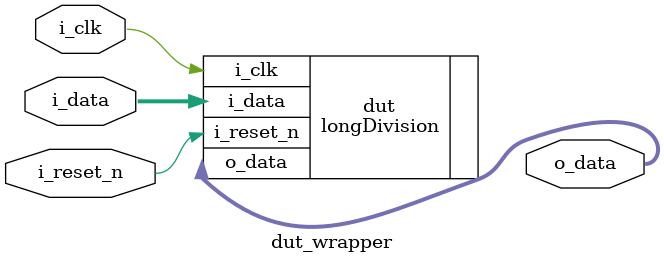
<source format=sv>
`timescale 1ps/1ps

module dut_wrapper(
    input wire i_clk,
    input wire i_reset_n,
    input wire [7:0] i_data,
    output wire [7:0] o_data
);

longDivision dut (
    .i_clk(i_clk),
    .i_reset_n(i_reset_n),
    .i_data(i_data),
    .o_data(o_data)
);

endmodule
</source>
